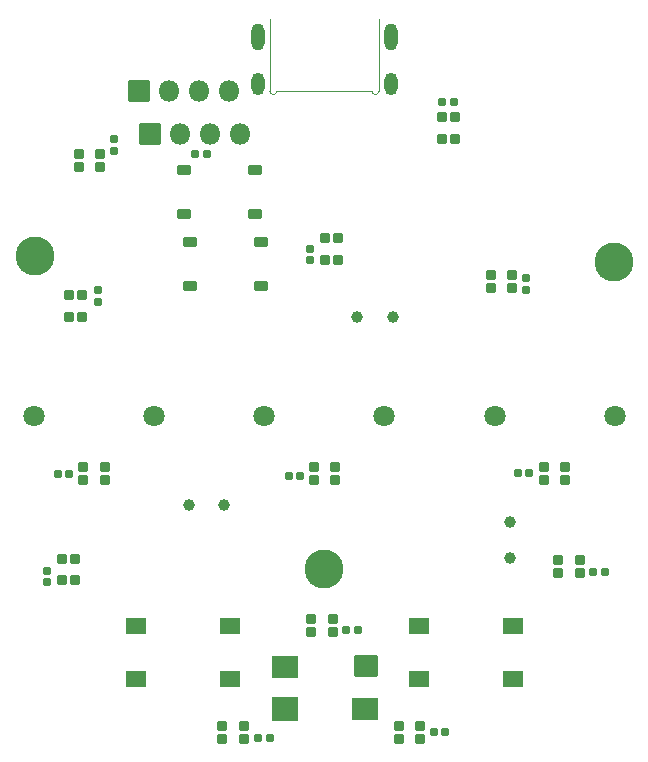
<source format=gbr>
%TF.GenerationSoftware,KiCad,Pcbnew,(7.0.0-0)*%
%TF.CreationDate,2023-03-26T23:48:35-05:00*%
%TF.ProjectId,RP2040_minimal,52503230-3430-45f6-9d69-6e696d616c2e,REV1*%
%TF.SameCoordinates,Original*%
%TF.FileFunction,Soldermask,Bot*%
%TF.FilePolarity,Negative*%
%FSLAX46Y46*%
G04 Gerber Fmt 4.6, Leading zero omitted, Abs format (unit mm)*
G04 Created by KiCad (PCBNEW (7.0.0-0)) date 2023-03-26 23:48:35*
%MOMM*%
%LPD*%
G01*
G04 APERTURE LIST*
G04 Aperture macros list*
%AMRoundRect*
0 Rectangle with rounded corners*
0 $1 Rounding radius*
0 $2 $3 $4 $5 $6 $7 $8 $9 X,Y pos of 4 corners*
0 Add a 4 corners polygon primitive as box body*
4,1,4,$2,$3,$4,$5,$6,$7,$8,$9,$2,$3,0*
0 Add four circle primitives for the rounded corners*
1,1,$1+$1,$2,$3*
1,1,$1+$1,$4,$5*
1,1,$1+$1,$6,$7*
1,1,$1+$1,$8,$9*
0 Add four rect primitives between the rounded corners*
20,1,$1+$1,$2,$3,$4,$5,0*
20,1,$1+$1,$4,$5,$6,$7,0*
20,1,$1+$1,$6,$7,$8,$9,0*
20,1,$1+$1,$8,$9,$2,$3,0*%
G04 Aperture macros list end*
%TA.AperFunction,Profile*%
%ADD10C,0.120000*%
%TD*%
%ADD11O,1.102000X1.902000*%
%ADD12O,1.102000X2.302000*%
%ADD13C,1.002000*%
%ADD14RoundRect,0.051000X0.850000X-0.850000X0.850000X0.850000X-0.850000X0.850000X-0.850000X-0.850000X0*%
%ADD15O,1.802000X1.802000*%
%ADD16RoundRect,0.191000X0.170000X-0.140000X0.170000X0.140000X-0.170000X0.140000X-0.170000X-0.140000X0*%
%ADD17RoundRect,0.051000X0.350000X0.350000X-0.350000X0.350000X-0.350000X-0.350000X0.350000X-0.350000X0*%
%ADD18RoundRect,0.191000X0.140000X0.170000X-0.140000X0.170000X-0.140000X-0.170000X0.140000X-0.170000X0*%
%ADD19RoundRect,0.051000X0.775000X0.650000X-0.775000X0.650000X-0.775000X-0.650000X0.775000X-0.650000X0*%
%ADD20RoundRect,0.191000X-0.140000X-0.170000X0.140000X-0.170000X0.140000X0.170000X-0.140000X0.170000X0*%
%ADD21C,3.302000*%
%ADD22RoundRect,0.191000X-0.170000X0.140000X-0.170000X-0.140000X0.170000X-0.140000X0.170000X0.140000X0*%
%ADD23RoundRect,0.051000X0.500000X0.375000X-0.500000X0.375000X-0.500000X-0.375000X0.500000X-0.375000X0*%
%ADD24RoundRect,0.051000X0.350000X-0.350000X0.350000X0.350000X-0.350000X0.350000X-0.350000X-0.350000X0*%
%ADD25C,1.802000*%
%ADD26RoundRect,0.051000X-0.350000X-0.350000X0.350000X-0.350000X0.350000X0.350000X-0.350000X0.350000X0*%
%ADD27RoundRect,0.051000X-0.350000X0.350000X-0.350000X-0.350000X0.350000X-0.350000X0.350000X0.350000X0*%
%ADD28RoundRect,0.186000X0.135000X0.185000X-0.135000X0.185000X-0.135000X-0.185000X0.135000X-0.185000X0*%
%ADD29RoundRect,0.051000X0.970000X0.870000X-0.970000X0.870000X-0.970000X-0.870000X0.970000X-0.870000X0*%
%ADD30RoundRect,0.051000X1.060000X0.920000X-1.060000X0.920000X-1.060000X-0.920000X1.060000X-0.920000X0*%
%ADD31RoundRect,0.051000X1.025000X0.905000X-1.025000X0.905000X-1.025000X-0.905000X1.025000X-0.905000X0*%
%ADD32RoundRect,0.051000X1.060000X0.930000X-1.060000X0.930000X-1.060000X-0.930000X1.060000X-0.930000X0*%
G04 APERTURE END LIST*
D10*
%TO.C,P1*%
X4620000Y27520000D02*
X4625000Y33620000D01*
X4025000Y27495000D02*
X-4025000Y27495000D01*
X-4620000Y27520000D02*
X-4625000Y33620000D01*
X4025000Y27495000D02*
G75*
G03*
X4620000Y27520000I297500J12500D01*
G01*
X-4620000Y27520000D02*
G75*
G03*
X-4025000Y27495000I297500J-12500D01*
G01*
%TD*%
D11*
%TO.C,P1*%
X5619999Y28119999D03*
D12*
X5619999Y32119999D03*
D11*
X-5619999Y28119999D03*
D12*
X-5619999Y32119999D03*
%TD*%
D13*
%TO.C,SW1*%
X15710000Y-12020000D03*
X15710000Y-9020000D03*
%TD*%
%TO.C,SW4*%
X5800000Y8370000D03*
X2800000Y8370000D03*
%TD*%
%TO.C,SW2*%
X-11460000Y-7550000D03*
X-8460000Y-7550000D03*
%TD*%
D14*
%TO.C,J2*%
X-15680000Y27525000D03*
D15*
X-13139999Y27524999D03*
X-10599999Y27524999D03*
X-8059999Y27524999D03*
%TD*%
D14*
%TO.C,J1*%
X-14740000Y23910000D03*
D15*
X-12199999Y23909999D03*
X-9659999Y23909999D03*
X-7119999Y23909999D03*
%TD*%
D16*
%TO.C,C28*%
X-17810000Y22460000D03*
X-17810000Y23420000D03*
%TD*%
D17*
%TO.C,D14*%
X20415000Y-4300000D03*
X20415000Y-5400000D03*
X18585000Y-5400000D03*
X18585000Y-4300000D03*
%TD*%
D18*
%TO.C,C32*%
X17360000Y-4870000D03*
X16400000Y-4870000D03*
%TD*%
D19*
%TO.C,SW7*%
X15975000Y-17750000D03*
X8025000Y-17750000D03*
X15975000Y-22250000D03*
X8025000Y-22250000D03*
%TD*%
D20*
%TO.C,C25*%
X1862000Y-18110000D03*
X2822000Y-18110000D03*
%TD*%
D16*
%TO.C,C27*%
X-23460000Y-14100000D03*
X-23460000Y-13140000D03*
%TD*%
D21*
%TO.C,H3*%
X0Y-13000000D03*
%TD*%
D22*
%TO.C,C29*%
X-19190000Y10620000D03*
X-19190000Y9660000D03*
%TD*%
D19*
%TO.C,SW6*%
X-8025000Y-17750000D03*
X-15975000Y-17750000D03*
X-8025000Y-22250000D03*
X-15975000Y-22250000D03*
%TD*%
D23*
%TO.C,SW5*%
X-5340000Y14735000D03*
X-11340000Y14735000D03*
X-5340000Y10985000D03*
X-11340000Y10985000D03*
%TD*%
D24*
%TO.C,D3*%
X11030000Y23465000D03*
X9930000Y23465000D03*
X9930000Y25295000D03*
X11030000Y25295000D03*
%TD*%
D25*
%TO.C,REF\u002A\u002A*%
X24580000Y0D03*
X14420000Y0D03*
%TD*%
D16*
%TO.C,C20*%
X-1230000Y13210000D03*
X-1230000Y14170000D03*
%TD*%
D25*
%TO.C,REF\u002A\u002A*%
X5080000Y0D03*
X-5080000Y0D03*
%TD*%
D18*
%TO.C,C31*%
X-2030000Y-5060000D03*
X-2990000Y-5060000D03*
%TD*%
%TO.C,C21*%
X10960000Y26610000D03*
X10000000Y26610000D03*
%TD*%
D23*
%TO.C,SW3*%
X-5850000Y20855000D03*
X-11850000Y20855000D03*
X-5850000Y17105000D03*
X-11850000Y17105000D03*
%TD*%
D17*
%TO.C,D13*%
X915000Y-4300000D03*
X915000Y-5400000D03*
X-915000Y-5400000D03*
X-915000Y-4300000D03*
%TD*%
D26*
%TO.C,D8*%
X-8670000Y-27340000D03*
X-8670000Y-26240000D03*
X-6840000Y-26240000D03*
X-6840000Y-27340000D03*
%TD*%
D27*
%TO.C,D9*%
X-22240000Y-12075000D03*
X-21140000Y-12075000D03*
X-21140000Y-13905000D03*
X-22240000Y-13905000D03*
%TD*%
D21*
%TO.C,H2*%
X-24500000Y13500000D03*
%TD*%
D16*
%TO.C,C22*%
X17100000Y10680000D03*
X17100000Y11640000D03*
%TD*%
D24*
%TO.C,D11*%
X-20510000Y8390000D03*
X-21610000Y8390000D03*
X-21610000Y10220000D03*
X-20510000Y10220000D03*
%TD*%
D28*
%TO.C,R3*%
X-9910000Y22190000D03*
X-10930000Y22190000D03*
%TD*%
D21*
%TO.C,H1*%
X24500000Y13000000D03*
%TD*%
D26*
%TO.C,D4*%
X14095000Y10860000D03*
X14095000Y11960000D03*
X15925000Y11960000D03*
X15925000Y10860000D03*
%TD*%
D17*
%TO.C,D12*%
X-18585000Y-4300000D03*
X-18585000Y-5400000D03*
X-20415000Y-5400000D03*
X-20415000Y-4300000D03*
%TD*%
D26*
%TO.C,D7*%
X-1105000Y-18260000D03*
X-1105000Y-17160000D03*
X725000Y-17160000D03*
X725000Y-18260000D03*
%TD*%
D29*
%TO.C,SW8*%
X3570000Y-21180000D03*
D30*
X-3340000Y-21220000D03*
D31*
X3480000Y-24810000D03*
D32*
X-3290000Y-24800000D03*
%TD*%
D18*
%TO.C,C30*%
X-21600000Y-4900000D03*
X-22560000Y-4900000D03*
%TD*%
D27*
%TO.C,D2*%
X25000Y15065000D03*
X1125000Y15065000D03*
X1125000Y13235000D03*
X25000Y13235000D03*
%TD*%
D25*
%TO.C,REF\u002A\u002A*%
X-14420000Y0D03*
X-24580000Y0D03*
%TD*%
D26*
%TO.C,D10*%
X-20795000Y21090000D03*
X-20795000Y22190000D03*
X-18965000Y22190000D03*
X-18965000Y21090000D03*
%TD*%
%TO.C,D6*%
X6310001Y-27364999D03*
X6310001Y-26264999D03*
X8140001Y-26264999D03*
X8140001Y-27364999D03*
%TD*%
D20*
%TO.C,C24*%
X9267001Y-26762999D03*
X10227001Y-26762999D03*
%TD*%
D26*
%TO.C,D5*%
X19795000Y-13320000D03*
X19795000Y-12220000D03*
X21625000Y-12220000D03*
X21625000Y-13320000D03*
%TD*%
D20*
%TO.C,C26*%
X-5590000Y-27310000D03*
X-4630000Y-27310000D03*
%TD*%
%TO.C,C23*%
X22770000Y-13250000D03*
X23730000Y-13250000D03*
%TD*%
M02*

</source>
